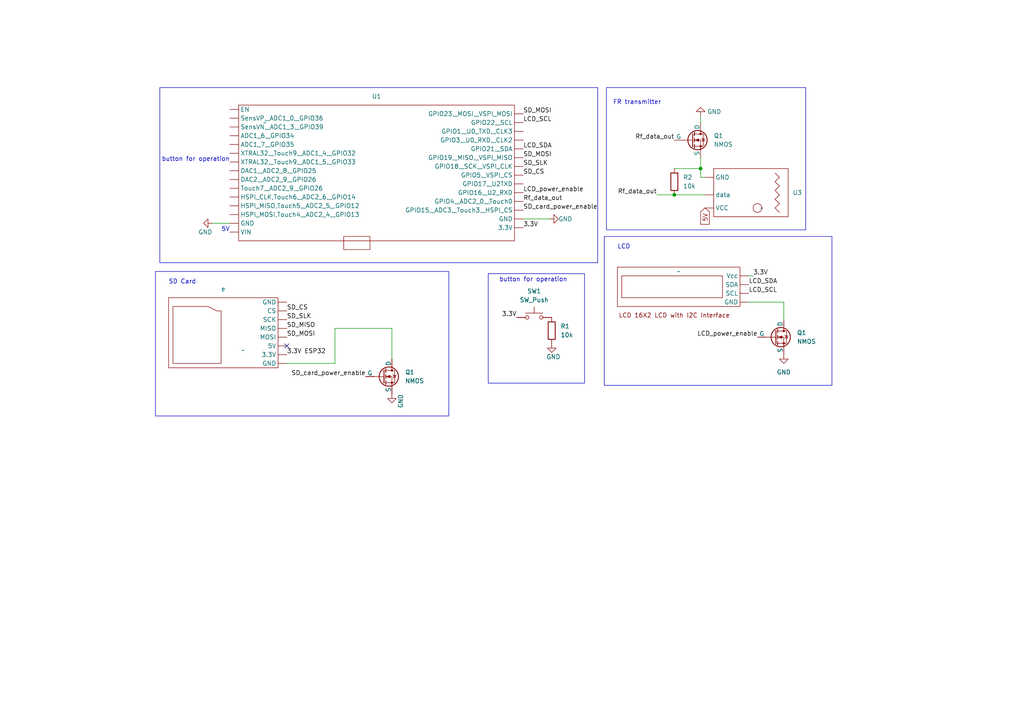
<source format=kicad_sch>
(kicad_sch (version 20230121) (generator eeschema)
  (paper "A4")
  (title_block (title "Circuit on hand held divice") (date "2024/05/10") (rev "v3"))
  (lib_symbols
    (symbol "Device:R" (pin_numbers hide) (pin_names (offset 0))
      (property "Reference" "R" (at 2.032 0 90))
      (property "Value" "R" (at 0 0 90))
      (symbol "R_0_1"
        (rectangle (start -1.016 -2.54) (end 1.016 2.54) (stroke (width 0.254)))
      )
      (symbol "R_1_1"
        (pin passive line (at 0 3.81 270) (length 1.27) (name "~") (number "1"))
        (pin passive line (at 0 -3.81 90) (length 1.27) (name "~") (number "2"))
      )
    )
    (symbol "Simulation_SPICE:NMOS" (pin_numbers hide) (pin_names (offset 0))
      (property "Reference" "Q" (at 5.08 1.27 0))
      (property "Value" "NMOS" (at 5.08 -1.27 0))
      (symbol "NMOS_0_1"
        (polyline (pts (xy 0.254 0) (xy -2.54 0)))
        (polyline (pts (xy 0.254 1.905) (xy 0.254 -1.905)) (stroke (width 0.254)))
        (polyline (pts (xy 0.762 -1.27) (xy 0.762 -2.286)) (stroke (width 0.254)))
        (polyline (pts (xy 0.762 0.508) (xy 0.762 -0.508)) (stroke (width 0.254)))
        (polyline (pts (xy 0.762 2.286) (xy 0.762 1.27)) (stroke (width 0.254)))
        (polyline (pts (xy 2.54 2.54) (xy 2.54 1.778)))
        (polyline (pts (xy 2.54 -2.54) (xy 2.54 0) (xy 0.762 0)))
        (polyline (pts (xy 0.762 -1.778) (xy 3.302 -1.778) (xy 3.302 1.778) (xy 0.762 1.778)))
        (polyline (pts (xy 1.016 0) (xy 2.032 0.381) (xy 2.032 -0.381) (xy 1.016 0)) (fill (type outline)))
        (polyline (pts (xy 2.794 0.508) (xy 2.921 0.381) (xy 3.683 0.381) (xy 3.81 0.254)))
        (polyline (pts (xy 3.302 0.381) (xy 2.921 -0.254) (xy 3.683 -0.254) (xy 3.302 0.381)))
        (circle (center 1.651 0) (radius 2.794) (stroke (width 0.254)))
        (circle (center 2.54 -1.778) (radius 0.254) (fill (type outline)))
        (circle (center 2.54 1.778) (radius 0.254) (fill (type outline)))
      )
      (symbol "NMOS_1_1"
        (pin passive line (at 2.54 5.08 270) (length 2.54) (name "D") (number "1"))
        (pin input line (at -5.08 0 0) (length 2.54) (name "G") (number "2"))
        (pin passive line (at 2.54 -5.08 90) (length 2.54) (name "S") (number "3"))
      )
    )
    (symbol "Switch:SW_Push" (pin_numbers hide) (pin_names (offset 1.016) hide)
      (property "Reference" "SW" (at 1.27 2.54 0))
      (property "Value" "SW_Push" (at 0 -1.524 0))
      (symbol "SW_Push_0_1"
        (circle (center -2.032 0) (radius 0.508))
        (polyline (pts (xy 0 1.27) (xy 0 3.048)))
        (polyline (pts (xy 2.54 1.27) (xy -2.54 1.27)))
        (circle (center 2.032 0) (radius 0.508))
        (pin passive line (at -5.08 0 0) (length 2.54) (name "1") (number "1"))
        (pin passive line (at 5.08 0 180) (length 2.54) (name "2") (number "2"))
      )
    )
    (symbol "partkian:315Mhz_RF_link_kit_transmiter"
      (property "Reference" "U" (at 0 3.81 0))
      (symbol "315Mhz_RF_link_kit_transmiter_0_1"
        (rectangle (start -7.62 2.54) (end 13.97 -11.43))
        (polyline (pts (xy -5.08 1.27) (xy -3.81 0) (xy -5.08 -1.27) (xy -3.81 -2.54) (xy -5.08 -3.81) (xy -3.81 -5.08) (xy -5.08 -6.35) (xy -3.81 -7.62) (xy -5.08 -8.89) (xy -3.81 -10.16)))
        (circle (center 1.27 0) (radius 1.27))
      )
      (symbol "315Mhz_RF_link_kit_transmiter_1_1"
        (pin input line (at 16.51 -8.89 180) (length 2.54) (name "GND") (number ""))
        (pin input line (at 16.51 0 180) (length 2.54) (name "VCC") (number ""))
        (pin input line (at 16.51 -3.81 180) (length 2.54) (name "data") (number ""))
      )
    )
    (symbol "partkian:ESP32"
      (property "Reference" "U" (at 26.67 6.35 0))
      (symbol "ESP32_0_1"
        (rectangle (start -7.62 5.08) (end 72.39 -34.29))
        (rectangle (start -6.35 -1.27) (end -6.35 -1.27))
        (rectangle (start 22.86 -33.02) (end 30.48 -36.83))
      )
      (symbol "ESP32_1_1"
        (pin input line (at 74.93 -30.48 180) (length 2.54) (name "3.3V") (number ""))
        (pin input line (at -10.16 -3.81 0) (length 2.54) (name "ADC1_6,_GPIO34") (number ""))
        (pin input line (at -10.16 -6.35 0) (length 2.54) (name "ADC1_7,_GPIO35") (number ""))
        (pin input line (at -10.16 -13.97 0) (length 2.54) (name "DAC1,_ADC2_8,_GPIO25") (number ""))
        (pin input line (at -10.16 -16.51 0) (length 2.54) (name "DAC2,_ADC2_9,_GPIO26") (number ""))
        (pin input line (at -10.16 3.81 0) (length 2.54) (name "EN") (number ""))
        (pin input line (at -10.16 -29.21 0) (length 2.54) (name "GND") (number ""))
        (pin input line (at 74.93 -27.94 180) (length 2.54) (name "GND") (number ""))
        (pin input line (at 74.93 -2.54 180) (length 2.54) (name "GPIO1,_U0_TXD,_CLK3") (number ""))
        (pin input line (at 74.93 -25.4 180) (length 2.54) (name "GPIO15,_ADC3,_Touch3,_HSPI_CS") (number ""))
        (pin input line (at 74.93 -20.32 180) (length 2.54) (name "GPIO16,_U2_RXD") (number ""))
        (pin input line (at 74.93 -17.78 180) (length 2.54) (name "GPIO17,_U2TXD") (number ""))
        (pin input line (at 74.93 -12.7 180) (length 2.54) (name "GPIO18,_SCK,_VSPI_CLK") (number ""))
        (pin input line (at 74.93 -10.16 180) (length 2.54) (name "GPIO19,_MISO,_VSPI_MISO") (number ""))
        (pin input line (at 74.93 -7.62 180) (length 2.54) (name "GPIO21,_SDA") (number ""))
        (pin input line (at 74.93 0 180) (length 2.54) (name "GPIO22,_SCL") (number ""))
        (pin input line (at 74.93 2.54 180) (length 2.54) (name "GPIO23,_MOSI,_VSPI_MOSI") (number ""))
        (pin input line (at 74.93 -5.08 180) (length 2.54) (name "GPIO3,_U0_RXD,_CLK2") (number ""))
        (pin input line (at 74.93 -22.86 180) (length 2.54) (name "GPIO4,_ADC2_0,_Touch0") (number ""))
        (pin input line (at 74.93 -15.24 180) (length 2.54) (name "GPIO5,_VSPI_CS") (number ""))
        (pin input line (at -10.16 -21.59 0) (length 2.54) (name "HSPI_CLK,Touch6,_ADC2_6,_GPIO14") (number ""))
        (pin input line (at -10.16 -24.13 0) (length 2.54) (name "HSPI_MISO,Touch5,_ADC2_5_,GPIO12") (number ""))
        (pin input line (at -10.16 -26.67 0) (length 2.54) (name "HSPI_MOSI,Touch4,_ADC2_4,_GPIO13") (number ""))
        (pin input line (at -10.16 -1.27 0) (length 2.54) (name "SensVN,_ADC1_3,_GPIO39") (number ""))
        (pin input line (at -10.16 1.27 0) (length 2.54) (name "SensVP,_ADC1_0,_GPIO36") (number ""))
        (pin input line (at -10.16 -19.05 0) (length 2.54) (name "Touch7,_ADC2_9,_GPIO26") (number ""))
        (pin input line (at -10.16 -31.75 0) (length 2.54) (name "VIN") (number ""))
        (pin input line (at -10.16 -8.89 0) (length 2.54) (name "XTRAL32,_Touch9,_ADC1_4,_GPIO32") (number ""))
        (pin input line (at -10.16 -11.43 0) (length 2.54) (name "XTRAL32,_Touch9,_ADC1_5,_GPIO33") (number ""))
      )
    )
    (symbol "partkian:LCD_16X2_LCD_with_I2C_Interface"
      (property "Reference" "U" (at 0 6.35 0))
      (symbol "LCD_16X2_LCD_with_I2C_Interface_0_1"
        (rectangle (start -17.78 5.08) (end 17.78 -6.35))
        (rectangle (start -16.51 2.54) (end 12.7 -3.81))
      )
      (symbol "LCD_16X2_LCD_with_I2C_Interface_1_1"
        (text "LCD 16X2 LCD with I2C Interface" (at -1.27 -8.89 0) (effects (font (size 1.27 1.27))))
        (pin input line (at 20.32 -5.08 180) (length 2.54) (name "GND") (number ""))
        (pin input line (at 20.32 -2.54 180) (length 2.54) (name "SCL") (number ""))
        (pin input line (at 20.32 0 180) (length 2.54) (name "SDA") (number ""))
        (pin input line (at 20.32 2.54 180) (length 2.54) (name "Vcc") (number ""))
      )
    )
    (symbol "partkian:sd_card_reader"
      (property "Reference" "e" (at 5.715 -17.78 0))
      (property "Value" "~" (at 0 0 0))
      (symbol "sd_card_reader_0_1"
        (rectangle (start -10.16 5.08) (end 21.59 -15.24))
        (polyline (pts (xy 6.35 3.81) (xy 20.32 3.81) (xy 20.32 -12.7) (xy 10.16 -12.7) (xy 7.62 -11.43) (xy 6.35 -11.43) (xy 6.35 3.81)))
      )
      (symbol "sd_card_reader_1_1"
        (pin input line (at -12.7 1.27 0) (length 2.54) (name "3.3V") (number ""))
        (pin input line (at -12.7 -1.27 0) (length 2.54) (name "5V") (number ""))
        (pin input line (at -12.7 -11.43 0) (length 2.54) (name "CS") (number ""))
        (pin input line (at -12.7 -13.97 0) (length 2.54) (name "GND") (number ""))
        (pin input line (at -12.7 3.81 0) (length 2.54) (name "GND") (number ""))
        (pin input line (at -12.7 -6.35 0) (length 2.54) (name "MISO") (number ""))
        (pin input line (at -12.7 -3.81 0) (length 2.54) (name "MOSI") (number ""))
        (pin input line (at -12.7 -8.89 0) (length 2.54) (name "SCK") (number ""))
      )
    )
    (symbol "power:GND" (power) (pin_names (offset 0))
      (property "Value" "GND" (at 0 -3.81 0))
      (symbol "GND_0_1"
        (polyline (pts (xy 0 0) (xy 0 -1.27) (xy 1.27 -1.27) (xy 0 -2.54) (xy -1.27 -1.27) (xy 0 -1.27)))
      )
      (symbol "GND_1_1"
        (pin power_in line (at 0 0 270) (length 0) hide (name "GND") (number "1"))
      )
    )
  )
  (junction (at 203.2 48.895))
  (junction (at 195.58 56.515))
  (no_connect (at 83.185 100.33))
  (wire (pts (xy 97.155 95.25) (xy 113.665 95.25)))
  (wire (pts (xy 227.33 87.63) (xy 227.33 92.71)))
  (wire (pts (xy 97.155 105.41) (xy 83.185 105.41)))
  (wire (pts (xy 113.665 95.25) (xy 113.665 104.14)))
  (wire (pts (xy 61.595 64.77) (xy 66.675 64.77)))
  (wire (pts (xy 97.155 95.25) (xy 97.155 105.41)))
  (wire (pts (xy 217.17 87.63) (xy 227.33 87.63)))
  (wire (pts (xy 203.2 51.435) (xy 204.47 51.435)))
  (wire (pts (xy 195.58 56.515) (xy 204.47 56.515)))
  (wire (pts (xy 159.385 63.5) (xy 151.765 63.5)))
  (wire (pts (xy 203.2 48.895) (xy 203.2 51.435)))
  (wire (pts (xy 190.5 56.515) (xy 195.58 56.515)))
  (wire (pts (xy 195.58 48.895) (xy 203.2 48.895)))
  (wire (pts (xy 203.2 33.655) (xy 203.2 35.56)))
  (wire (pts (xy 203.2 45.72) (xy 203.2 48.895)))
  (wire (pts (xy 217.17 80.01) (xy 218.44 80.01)))
  (rectangle (start 46.355 25.4) (end 173.355 76.2))
  (rectangle (start 175.26 68.58) (end 241.3 111.76))
  (rectangle (start 175.895 25.4) (end 233.68 66.675))
  (rectangle (start 45.085 78.74) (end 130.175 120.65))
  (rectangle (start 141.605 79.375) (end 169.545 111.125))
  (text "FR transmitter\n" (at 177.8 30.48 0) (effects (font (size 1.27 1.27)) (justify left bottom)))
  (text "SD Card" (at 48.895 82.55 0) (effects (font (size 1.27 1.27)) (justify left bottom)))
  (text "button for operation\n" (at 144.78 81.915 0) (effects (font (size 1.27 1.27)) (justify left bottom)))
  (text "5V" (at 66.675 67.31 0) (effects (font (size 1.27 1.27)) (justify right bottom)))
  (text "button for operation\n" (at 66.675 46.99 0) (effects (font (size 1.27 1.27)) (justify right bottom)))
  (text "LCD\n" (at 179.07 72.39 0) (effects (font (size 1.27 1.27)) (justify left bottom)))
  (label "SD_MOSI" (at 151.765 33.02 0))
  (label "3.3V ESP32" (at 83.185 102.87 0))
  (label "LCD_SCL" (at 151.765 35.56 0))
  (label "Rf_data_out" (at 151.765 58.42 0))
  (label "SD_CS" (at 83.185 90.17 0))
  (label "SD_MISO" (at 83.185 95.25 0))
  (label "LCD_power_enable" (at 151.765 55.88 0))
  (label "SD_MOSI" (at 151.765 45.72 0))
  (label "LCD_SCL" (at 217.17 85.09 0))
  (label "LCD_SDA" (at 217.17 82.55 0))
  (label "Rf_data_out" (at 195.58 40.64 180))
  (label "SD_SLK" (at 151.765 48.26 0))
  (label "3.3V" (at 149.86 92.075 180))
  (label "LCD_power_enable" (at 219.71 97.79 180))
  (label "SD_MOSI" (at 83.185 97.79 0))
  (label "LCD_SDA" (at 151.765 43.18 0))
  (label "SD_card_power_enable" (at 106.045 109.22 180))
  (label "3.3V" (at 218.44 80.01 0))
  (label "SD_CS" (at 151.765 50.8 0))
  (label "3.3V" (at 151.765 66.04 0))
  (label "SD_SLK" (at 83.185 92.71 0))
  (label "SD_card_power_enable" (at 151.765 60.96 0))
  (label "Rf_data_out" (at 190.5 56.515 180))
  (global_label "5V" (shape input) (at 204.47 60.325 270) (property "Intersheetrefs" "${INTERSHEET_REFS}" (effects hide)))
  (symbol (lib_id "power:GND") (at 160.02 99.695 0) (unit 1)
    (property "Reference" "#PWR04" (effects hide))
    (property "Value" "GND" (at 162.56 103.505 0) (effects (justify right)))
    (instances (project "kian nest microcontroler" (path "" (reference "#PWR04") (unit 1))) (project "kian recever microcontroler subsection" (path "" (reference "#PWR06") (unit 1))))
  )
  (symbol (lib_id "Switch:SW_Push") (at 154.94 92.075 0) (unit 1)
    (property "Reference" "SW1" (at 154.94 84.455 0))
    (property "Value" "SW_Push" (at 154.94 86.995 0))
  )
  (symbol (lib_id "partkian:sd_card_reader") (at 70.485 101.6 180) (unit 1)
    (property "Reference" "e" (at 64.77 83.82 0))
    (property "Value" "~" (at 70.485 101.6 0))
    (property "cost" "19" (effects hide))
    (property "where" "https://www.communica.co.za/products/hkd-sd-card-read-write-module?utm_source=www.communica.co.za&variant=39359979651145&sfdr_ptcid=31591_617_678237302&sfdr_hash=92fe7115abe5c960047a41022fa61b8f" (effects hide))
    (instances (project "kian nest microcontroler" (path "" (reference "e") (unit 1))) (project "kian recever microcontroler subsection" (path "" (reference "e1") (unit 1))))
  )
  (symbol (lib_id "partkian:315Mhz_RF_link_kit_transmiter") (at 220.98 60.325 180) (unit 1)
    (property "Reference" "U3" (at 229.87 55.88 0) (effects (justify right)))
    (property "Value" "~" (at 220.98 60.325 0))
  )
  (symbol (lib_id "power:GND") (at 227.33 102.87 0) (unit 1)
    (property "Reference" "#PWR04" (effects hide))
    (property "Value" "GND" (at 227.33 107.95 0))
    (instances (project "kian nest microcontroler" (path "" (reference "#PWR04") (unit 1))) (project "kian recever microcontroler subsection" (path "" (reference "#PWR07") (unit 1))))
  )
  (symbol (lib_id "Device:R") (at 195.58 52.705 0) (unit 1)
    (property "Reference" "R2" (at 198.12 51.435 0) (effects (justify left)))
    (property "Value" "10k" (at 198.12 53.975 0) (effects (justify left)))
  )
  (symbol (lib_id "Simulation_SPICE:NMOS") (at 200.66 40.64 0) (unit 1)
    (property "Reference" "Q1" (at 207.01 39.37 0) (effects (justify left)))
    (property "Value" "NMOS" (at 207.01 41.91 0) (effects (justify left)))
    (property "Datasheet" "https://ngspice.sourceforge.io/docs/ngspice-manual.pdf" (effects hide))
    (property "Sim.Device" "NMOS" (effects hide))
    (property "Sim.Type" "VDMOS" (effects hide))
    (property "Sim.Pins" "1=D 2=G 3=S" (effects hide))
    (property "where" "2N7000G N-CHANNEL MOSFET - 200MA, 60V, ENHANCEMENT" (effects hide))
    (property "cost " "20" (effects hide))
    (property "cost" "20" (effects hide))
    (instances (project "kian nest microcontroler" (path "" (reference "Q1") (unit 1))) (project "kian recever microcontroler subsection" (path "" (reference "Q3") (unit 1))))
  )
  (symbol (lib_id "power:GND") (at 203.2 33.655 180) (unit 1)
    (property "Reference" "#PWR04" (effects hide))
    (property "Value" "GND" (at 205.105 32.385 0) (effects (justify right)))
  )
  (symbol (lib_id "power:GND") (at 113.665 114.3 0) (unit 1)
    (property "Reference" "#PWR04" (effects hide))
    (property "Value" "GND" (at 116.205 114.3 90) (effects (justify right)))
    (instances (project "kian nest microcontroler" (path "" (reference "#PWR04") (unit 1))) (project "kian recever microcontroler subsection" (path "" (reference "#PWR05") (unit 1))))
  )
  (symbol (lib_id "power:GND") (at 159.385 63.5 90) (unit 1)
    (property "Reference" "#PWR05" (effects hide))
    (property "Value" "GND" (at 161.925 63.5 90) (effects (justify right)))
    (instances (project "kian nest microcontroler" (path "" (reference "#PWR05") (unit 1))) (project "kian recever microcontroler subsection" (path "" (reference "#PWR011") (unit 1))))
  )
  (symbol (lib_id "Simulation_SPICE:NMOS") (at 111.125 109.22 0) (unit 1)
    (property "Reference" "Q1" (at 117.475 107.95 0) (effects (justify left)))
    (property "Value" "NMOS" (at 117.475 110.49 0) (effects (justify left)))
    (property "Datasheet" "https://ngspice.sourceforge.io/docs/ngspice-manual.pdf" (effects hide))
    (property "Sim.Device" "NMOS" (effects hide))
    (property "Sim.Type" "VDMOS" (effects hide))
    (property "Sim.Pins" "1=D 2=G 3=S" (effects hide))
    (property "where" "2N7000G N-CHANNEL MOSFET - 200MA, 60V, ENHANCEMENT" (effects hide))
    (property "cost " "20" (effects hide))
    (property "cost" "20" (effects hide))
    (instances (project "kian nest microcontroler" (path "" (reference "Q1") (unit 1))) (project "kian recever microcontroler subsection" (path "" (reference "Q2") (unit 1))))
  )
  (symbol (lib_id "power:GND") (at 61.595 64.77 270) (unit 1)
    (property "Reference" "#PWR04" (effects hide))
    (property "Value" "GND" (at 61.595 67.31 90) (effects (justify right)))
    (instances (project "kian nest microcontroler" (path "" (reference "#PWR04") (unit 1))) (project "kian recever microcontroler subsection" (path "" (reference "#PWR08") (unit 1))))
  )
  (symbol (lib_id "partkian:ESP32") (at 76.835 35.56 0) (unit 1)
    (property "Reference" "U1" (at 109.22 27.94 0))
    (property "Value" "~" (at 76.835 35.56 0))
    (instances (project "kian nest microcontroler" (path "" (reference "U1") (unit 1))) (project "kian recever microcontroler subsection" (path "" (reference "U2") (unit 1))))
  )
  (symbol (lib_id "partkian:LCD_16X2_LCD_with_I2C_Interface") (at 196.85 82.55 0) (unit 1)
    (property "Reference" "U1" (effects hide))
    (property "Value" "~" (at 196.85 78.74 0))
    (property "where" "https://www.robotics.org.za/LCD1602-WB-33V-I2C" (effects hide))
    (property "cost" "58" (effects hide))
  )
  (symbol (lib_id "Simulation_SPICE:NMOS") (at 224.79 97.79 0) (unit 1)
    (property "Reference" "Q1" (at 231.14 96.52 0) (effects (justify left)))
    (property "Value" "NMOS" (at 231.14 99.06 0) (effects (justify left)))
    (property "Datasheet" "https://ngspice.sourceforge.io/docs/ngspice-manual.pdf" (effects hide))
    (property "Sim.Device" "NMOS" (effects hide))
    (property "Sim.Type" "VDMOS" (effects hide))
    (property "Sim.Pins" "1=D 2=G 3=S" (effects hide))
    (property "where" "2N7000G N-CHANNEL MOSFET - 200MA, 60V, ENHANCEMENT" (effects hide))
    (property "cost " "20" (effects hide))
    (property "cost" "20" (effects hide))
  )
  (symbol (lib_id "Device:R") (at 160.02 95.885 0) (unit 1)
    (property "Reference" "R1" (at 162.56 94.615 0) (effects (justify left)))
    (property "Value" "10k" (at 162.56 97.155 0) (effects (justify left)))
  )
)
</source>
